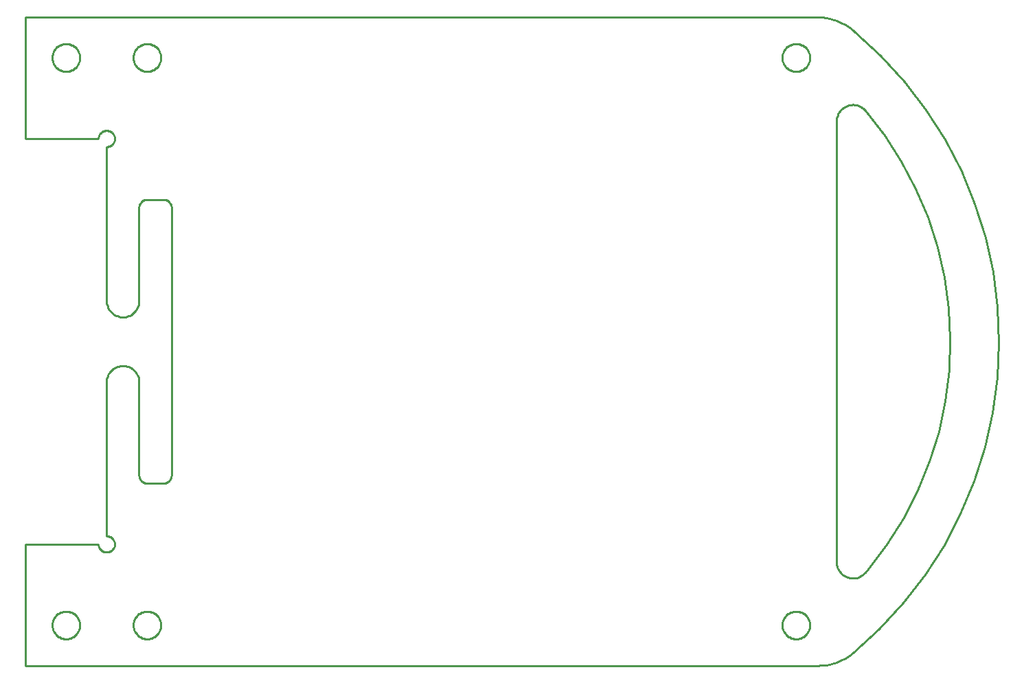
<source format=gbr>
G04 EAGLE Gerber RS-274X export*
G75*
%MOMM*%
%FSLAX34Y34*%
%LPD*%
%IN*%
%IPPOS*%
%AMOC8*
5,1,8,0,0,1.08239X$1,22.5*%
G01*
%ADD10C,0.254000*%


D10*
X172160Y181660D02*
X1147841Y181660D01*
X1153941Y181926D01*
X1159995Y182723D01*
X1165956Y184044D01*
X1171780Y185880D01*
X1177421Y188217D01*
X1182837Y191036D01*
X1187987Y194316D01*
X1192719Y197939D01*
X1224943Y227338D01*
X1254482Y259433D01*
X1281111Y293980D01*
X1304628Y330717D01*
X1324853Y369364D01*
X1341633Y409626D01*
X1354841Y451198D01*
X1364374Y493762D01*
X1370162Y536996D01*
X1372160Y580569D01*
X1370352Y624151D01*
X1364753Y667409D01*
X1355405Y710015D01*
X1342380Y751644D01*
X1325775Y791979D01*
X1305719Y830714D01*
X1282362Y867553D01*
X1255884Y902216D01*
X1226486Y934440D01*
X1194391Y963979D01*
X1192719Y965381D01*
X1187867Y969088D01*
X1182710Y972357D01*
X1177288Y975165D01*
X1171642Y977490D01*
X1165815Y979314D01*
X1159851Y980622D01*
X1153795Y981407D01*
X1147841Y981660D01*
X172160Y981660D01*
X172160Y831660D01*
X262160Y831660D01*
X262198Y832532D01*
X262312Y833396D01*
X262501Y834248D01*
X262763Y835080D01*
X263097Y835886D01*
X263500Y836660D01*
X263968Y837396D01*
X264500Y838088D01*
X265089Y838731D01*
X265732Y839320D01*
X266424Y839852D01*
X267160Y840320D01*
X267934Y840723D01*
X268740Y841057D01*
X269572Y841319D01*
X270424Y841508D01*
X271288Y841622D01*
X272160Y841660D01*
X273032Y841622D01*
X273896Y841508D01*
X274748Y841319D01*
X275580Y841057D01*
X276386Y840723D01*
X277160Y840320D01*
X277896Y839852D01*
X278588Y839320D01*
X279231Y838731D01*
X279820Y838088D01*
X280352Y837396D01*
X280820Y836660D01*
X281223Y835886D01*
X281557Y835080D01*
X281819Y834248D01*
X282008Y833396D01*
X282122Y832532D01*
X282160Y831660D01*
X282122Y830788D01*
X282008Y829924D01*
X281819Y829072D01*
X281557Y828240D01*
X281223Y827434D01*
X280820Y826660D01*
X280352Y825924D01*
X279820Y825232D01*
X279231Y824589D01*
X278588Y824000D01*
X277896Y823468D01*
X277160Y823000D01*
X276386Y822597D01*
X275580Y822263D01*
X274748Y822001D01*
X273896Y821812D01*
X273032Y821698D01*
X272160Y821660D01*
X272160Y631660D01*
X272236Y629917D01*
X272464Y628187D01*
X272841Y626484D01*
X273366Y624820D01*
X274034Y623208D01*
X274840Y621660D01*
X275777Y620188D01*
X276839Y618804D01*
X278018Y617518D01*
X279304Y616339D01*
X280688Y615277D01*
X282160Y614340D01*
X283708Y613534D01*
X285320Y612866D01*
X286984Y612341D01*
X288687Y611964D01*
X290417Y611736D01*
X292160Y611660D01*
X293903Y611736D01*
X295633Y611964D01*
X297336Y612341D01*
X299000Y612866D01*
X300612Y613534D01*
X302160Y614340D01*
X303632Y615277D01*
X305016Y616339D01*
X306302Y617518D01*
X307481Y618804D01*
X308543Y620188D01*
X309481Y621660D01*
X310286Y623208D01*
X310954Y624820D01*
X311479Y626484D01*
X311856Y628187D01*
X312084Y629917D01*
X312160Y631660D01*
X312160Y746660D01*
X312198Y747532D01*
X312312Y748396D01*
X312501Y749248D01*
X312763Y750080D01*
X313097Y750886D01*
X313500Y751660D01*
X313968Y752396D01*
X314500Y753088D01*
X315089Y753731D01*
X315732Y754320D01*
X316424Y754852D01*
X317160Y755320D01*
X317934Y755723D01*
X318740Y756057D01*
X319572Y756319D01*
X320424Y756508D01*
X321288Y756622D01*
X322160Y756660D01*
X342160Y756660D01*
X343032Y756622D01*
X343896Y756508D01*
X344748Y756319D01*
X345580Y756057D01*
X346386Y755723D01*
X347160Y755320D01*
X347896Y754852D01*
X348588Y754320D01*
X349231Y753731D01*
X349820Y753088D01*
X350352Y752396D01*
X350820Y751660D01*
X351223Y750886D01*
X351557Y750080D01*
X351819Y749248D01*
X352008Y748396D01*
X352122Y747532D01*
X352160Y746660D01*
X352160Y416660D01*
X352122Y415788D01*
X352008Y414924D01*
X351819Y414072D01*
X351557Y413240D01*
X351223Y412434D01*
X350820Y411660D01*
X350352Y410924D01*
X349820Y410232D01*
X349231Y409589D01*
X348588Y409000D01*
X347896Y408468D01*
X347160Y408000D01*
X346386Y407597D01*
X345580Y407263D01*
X344748Y407001D01*
X343896Y406812D01*
X343032Y406698D01*
X342160Y406660D01*
X322160Y406660D01*
X321288Y406698D01*
X320424Y406812D01*
X319572Y407001D01*
X318740Y407263D01*
X317934Y407597D01*
X317160Y408000D01*
X316424Y408468D01*
X315732Y409000D01*
X315089Y409589D01*
X314500Y410232D01*
X313968Y410924D01*
X313500Y411660D01*
X313097Y412434D01*
X312763Y413240D01*
X312501Y414072D01*
X312312Y414924D01*
X312198Y415788D01*
X312160Y416660D01*
X312160Y531660D01*
X312084Y533403D01*
X311856Y535133D01*
X311479Y536836D01*
X310954Y538500D01*
X310286Y540112D01*
X309481Y541660D01*
X308543Y543132D01*
X307481Y544516D01*
X306302Y545802D01*
X305016Y546981D01*
X303632Y548043D01*
X302160Y548981D01*
X300612Y549786D01*
X299000Y550454D01*
X297336Y550979D01*
X295633Y551356D01*
X293903Y551584D01*
X292160Y551660D01*
X290417Y551584D01*
X288687Y551356D01*
X286984Y550979D01*
X285320Y550454D01*
X283708Y549786D01*
X282160Y548981D01*
X280688Y548043D01*
X279304Y546981D01*
X278018Y545802D01*
X276839Y544516D01*
X275777Y543132D01*
X274840Y541660D01*
X274034Y540112D01*
X273366Y538500D01*
X272841Y536836D01*
X272464Y535133D01*
X272236Y533403D01*
X272160Y531660D01*
X272160Y341660D01*
X273032Y341622D01*
X273896Y341508D01*
X274748Y341319D01*
X275580Y341057D01*
X276386Y340723D01*
X277160Y340320D01*
X277896Y339852D01*
X278588Y339320D01*
X279231Y338731D01*
X279820Y338088D01*
X280352Y337396D01*
X280820Y336660D01*
X281223Y335886D01*
X281557Y335080D01*
X281819Y334248D01*
X282008Y333396D01*
X282122Y332532D01*
X282160Y331660D01*
X282122Y330788D01*
X282008Y329924D01*
X281819Y329072D01*
X281557Y328240D01*
X281223Y327434D01*
X280820Y326660D01*
X280352Y325924D01*
X279820Y325232D01*
X279231Y324589D01*
X278588Y324000D01*
X277896Y323468D01*
X277160Y323000D01*
X276386Y322597D01*
X275580Y322263D01*
X274748Y322001D01*
X273896Y321812D01*
X273032Y321698D01*
X272160Y321660D01*
X271288Y321698D01*
X270424Y321812D01*
X269572Y322001D01*
X268740Y322263D01*
X267934Y322597D01*
X267160Y323000D01*
X266424Y323468D01*
X265732Y324000D01*
X265089Y324589D01*
X264500Y325232D01*
X263968Y325924D01*
X263500Y326660D01*
X263097Y327434D01*
X262763Y328240D01*
X262501Y329072D01*
X262312Y329924D01*
X262198Y330788D01*
X262160Y331660D01*
X172160Y331660D01*
X172160Y181660D01*
X1172160Y309631D02*
X1172225Y308016D01*
X1172442Y306285D01*
X1172809Y304579D01*
X1173323Y302912D01*
X1173980Y301295D01*
X1174775Y299743D01*
X1175703Y298265D01*
X1176757Y296874D01*
X1177927Y295580D01*
X1179206Y294393D01*
X1180583Y293322D01*
X1182049Y292375D01*
X1183591Y291559D01*
X1185199Y290881D01*
X1186860Y290346D01*
X1188560Y289957D01*
X1190289Y289719D01*
X1192031Y289631D01*
X1193775Y289696D01*
X1195506Y289913D01*
X1197212Y290279D01*
X1198880Y290793D01*
X1200496Y291451D01*
X1202049Y292246D01*
X1203526Y293174D01*
X1204917Y294228D01*
X1206211Y295398D01*
X1207398Y296677D01*
X1211051Y301030D01*
X1234220Y331632D01*
X1254634Y364136D01*
X1272137Y398296D01*
X1286596Y433852D01*
X1297901Y470532D01*
X1305967Y508058D01*
X1310731Y546145D01*
X1312158Y584501D01*
X1310236Y622836D01*
X1304980Y660858D01*
X1296431Y698277D01*
X1284652Y734808D01*
X1269735Y770174D01*
X1251792Y804105D01*
X1230960Y836343D01*
X1207398Y866643D01*
X1206303Y867831D01*
X1205016Y869010D01*
X1203632Y870072D01*
X1202161Y871009D01*
X1200613Y871815D01*
X1199001Y872483D01*
X1197337Y873008D01*
X1195634Y873385D01*
X1193904Y873613D01*
X1192161Y873689D01*
X1190417Y873613D01*
X1188688Y873385D01*
X1186984Y873008D01*
X1185320Y872483D01*
X1183708Y871815D01*
X1182160Y871010D01*
X1180689Y870072D01*
X1179305Y869010D01*
X1178018Y867832D01*
X1176839Y866545D01*
X1175777Y865161D01*
X1174840Y863689D01*
X1174034Y862142D01*
X1173366Y860530D01*
X1172842Y858866D01*
X1172464Y857162D01*
X1172236Y855433D01*
X1172160Y853689D01*
X1172160Y309631D01*
X339160Y231103D02*
X339160Y232217D01*
X339087Y233327D01*
X338942Y234431D01*
X338725Y235522D01*
X338437Y236597D01*
X338079Y237651D01*
X337653Y238680D01*
X337161Y239678D01*
X336604Y240642D01*
X335986Y241567D01*
X335308Y242450D01*
X334574Y243287D01*
X333787Y244074D01*
X332950Y244808D01*
X332067Y245486D01*
X331142Y246104D01*
X330178Y246661D01*
X329180Y247153D01*
X328151Y247579D01*
X327097Y247937D01*
X326022Y248225D01*
X324931Y248442D01*
X323827Y248587D01*
X322717Y248660D01*
X321603Y248660D01*
X320493Y248587D01*
X319389Y248442D01*
X318298Y248225D01*
X317223Y247937D01*
X316169Y247579D01*
X315140Y247153D01*
X314142Y246661D01*
X313178Y246104D01*
X312253Y245486D01*
X311370Y244808D01*
X310533Y244074D01*
X309746Y243287D01*
X309012Y242450D01*
X308334Y241567D01*
X307716Y240642D01*
X307159Y239678D01*
X306667Y238680D01*
X306241Y237651D01*
X305883Y236597D01*
X305595Y235522D01*
X305378Y234431D01*
X305233Y233327D01*
X305160Y232217D01*
X305160Y231103D01*
X305233Y229993D01*
X305378Y228889D01*
X305595Y227798D01*
X305883Y226723D01*
X306241Y225669D01*
X306667Y224640D01*
X307159Y223642D01*
X307716Y222678D01*
X308334Y221753D01*
X309012Y220870D01*
X309746Y220033D01*
X310533Y219246D01*
X311370Y218512D01*
X312253Y217834D01*
X313178Y217216D01*
X314142Y216659D01*
X315140Y216167D01*
X316169Y215741D01*
X317223Y215383D01*
X318298Y215095D01*
X319389Y214878D01*
X320493Y214733D01*
X321603Y214660D01*
X322717Y214660D01*
X323827Y214733D01*
X324931Y214878D01*
X326022Y215095D01*
X327097Y215383D01*
X328151Y215741D01*
X329180Y216167D01*
X330178Y216659D01*
X331142Y217216D01*
X332067Y217834D01*
X332950Y218512D01*
X333787Y219246D01*
X334574Y220033D01*
X335308Y220870D01*
X335986Y221753D01*
X336604Y222678D01*
X337161Y223642D01*
X337653Y224640D01*
X338079Y225669D01*
X338437Y226723D01*
X338725Y227798D01*
X338942Y228889D01*
X339087Y229993D01*
X339160Y231103D01*
X339160Y931103D02*
X339160Y932217D01*
X339087Y933327D01*
X338942Y934431D01*
X338725Y935522D01*
X338437Y936597D01*
X338079Y937651D01*
X337653Y938680D01*
X337161Y939678D01*
X336604Y940642D01*
X335986Y941567D01*
X335308Y942450D01*
X334574Y943287D01*
X333787Y944074D01*
X332950Y944808D01*
X332067Y945486D01*
X331142Y946104D01*
X330178Y946661D01*
X329180Y947153D01*
X328151Y947579D01*
X327097Y947937D01*
X326022Y948225D01*
X324931Y948442D01*
X323827Y948587D01*
X322717Y948660D01*
X321603Y948660D01*
X320493Y948587D01*
X319389Y948442D01*
X318298Y948225D01*
X317223Y947937D01*
X316169Y947579D01*
X315140Y947153D01*
X314142Y946661D01*
X313178Y946104D01*
X312253Y945486D01*
X311370Y944808D01*
X310533Y944074D01*
X309746Y943287D01*
X309012Y942450D01*
X308334Y941567D01*
X307716Y940642D01*
X307159Y939678D01*
X306667Y938680D01*
X306241Y937651D01*
X305883Y936597D01*
X305595Y935522D01*
X305378Y934431D01*
X305233Y933327D01*
X305160Y932217D01*
X305160Y931103D01*
X305233Y929993D01*
X305378Y928889D01*
X305595Y927798D01*
X305883Y926723D01*
X306241Y925669D01*
X306667Y924640D01*
X307159Y923642D01*
X307716Y922678D01*
X308334Y921753D01*
X309012Y920870D01*
X309746Y920033D01*
X310533Y919246D01*
X311370Y918512D01*
X312253Y917834D01*
X313178Y917216D01*
X314142Y916659D01*
X315140Y916167D01*
X316169Y915741D01*
X317223Y915383D01*
X318298Y915095D01*
X319389Y914878D01*
X320493Y914733D01*
X321603Y914660D01*
X322717Y914660D01*
X323827Y914733D01*
X324931Y914878D01*
X326022Y915095D01*
X327097Y915383D01*
X328151Y915741D01*
X329180Y916167D01*
X330178Y916659D01*
X331142Y917216D01*
X332067Y917834D01*
X332950Y918512D01*
X333787Y919246D01*
X334574Y920033D01*
X335308Y920870D01*
X335986Y921753D01*
X336604Y922678D01*
X337161Y923642D01*
X337653Y924640D01*
X338079Y925669D01*
X338437Y926723D01*
X338725Y927798D01*
X338942Y928889D01*
X339087Y929993D01*
X339160Y931103D01*
X239160Y231103D02*
X239160Y232217D01*
X239087Y233327D01*
X238942Y234431D01*
X238725Y235522D01*
X238437Y236597D01*
X238079Y237651D01*
X237653Y238680D01*
X237161Y239678D01*
X236604Y240642D01*
X235986Y241567D01*
X235308Y242450D01*
X234574Y243287D01*
X233787Y244074D01*
X232950Y244808D01*
X232067Y245486D01*
X231142Y246104D01*
X230178Y246661D01*
X229180Y247153D01*
X228151Y247579D01*
X227097Y247937D01*
X226022Y248225D01*
X224931Y248442D01*
X223827Y248587D01*
X222717Y248660D01*
X221603Y248660D01*
X220493Y248587D01*
X219389Y248442D01*
X218298Y248225D01*
X217223Y247937D01*
X216169Y247579D01*
X215140Y247153D01*
X214142Y246661D01*
X213178Y246104D01*
X212253Y245486D01*
X211370Y244808D01*
X210533Y244074D01*
X209746Y243287D01*
X209012Y242450D01*
X208334Y241567D01*
X207716Y240642D01*
X207159Y239678D01*
X206667Y238680D01*
X206241Y237651D01*
X205883Y236597D01*
X205595Y235522D01*
X205378Y234431D01*
X205233Y233327D01*
X205160Y232217D01*
X205160Y231103D01*
X205233Y229993D01*
X205378Y228889D01*
X205595Y227798D01*
X205883Y226723D01*
X206241Y225669D01*
X206667Y224640D01*
X207159Y223642D01*
X207716Y222678D01*
X208334Y221753D01*
X209012Y220870D01*
X209746Y220033D01*
X210533Y219246D01*
X211370Y218512D01*
X212253Y217834D01*
X213178Y217216D01*
X214142Y216659D01*
X215140Y216167D01*
X216169Y215741D01*
X217223Y215383D01*
X218298Y215095D01*
X219389Y214878D01*
X220493Y214733D01*
X221603Y214660D01*
X222717Y214660D01*
X223827Y214733D01*
X224931Y214878D01*
X226022Y215095D01*
X227097Y215383D01*
X228151Y215741D01*
X229180Y216167D01*
X230178Y216659D01*
X231142Y217216D01*
X232067Y217834D01*
X232950Y218512D01*
X233787Y219246D01*
X234574Y220033D01*
X235308Y220870D01*
X235986Y221753D01*
X236604Y222678D01*
X237161Y223642D01*
X237653Y224640D01*
X238079Y225669D01*
X238437Y226723D01*
X238725Y227798D01*
X238942Y228889D01*
X239087Y229993D01*
X239160Y231103D01*
X239160Y931103D02*
X239160Y932217D01*
X239087Y933327D01*
X238942Y934431D01*
X238725Y935522D01*
X238437Y936597D01*
X238079Y937651D01*
X237653Y938680D01*
X237161Y939678D01*
X236604Y940642D01*
X235986Y941567D01*
X235308Y942450D01*
X234574Y943287D01*
X233787Y944074D01*
X232950Y944808D01*
X232067Y945486D01*
X231142Y946104D01*
X230178Y946661D01*
X229180Y947153D01*
X228151Y947579D01*
X227097Y947937D01*
X226022Y948225D01*
X224931Y948442D01*
X223827Y948587D01*
X222717Y948660D01*
X221603Y948660D01*
X220493Y948587D01*
X219389Y948442D01*
X218298Y948225D01*
X217223Y947937D01*
X216169Y947579D01*
X215140Y947153D01*
X214142Y946661D01*
X213178Y946104D01*
X212253Y945486D01*
X211370Y944808D01*
X210533Y944074D01*
X209746Y943287D01*
X209012Y942450D01*
X208334Y941567D01*
X207716Y940642D01*
X207159Y939678D01*
X206667Y938680D01*
X206241Y937651D01*
X205883Y936597D01*
X205595Y935522D01*
X205378Y934431D01*
X205233Y933327D01*
X205160Y932217D01*
X205160Y931103D01*
X205233Y929993D01*
X205378Y928889D01*
X205595Y927798D01*
X205883Y926723D01*
X206241Y925669D01*
X206667Y924640D01*
X207159Y923642D01*
X207716Y922678D01*
X208334Y921753D01*
X209012Y920870D01*
X209746Y920033D01*
X210533Y919246D01*
X211370Y918512D01*
X212253Y917834D01*
X213178Y917216D01*
X214142Y916659D01*
X215140Y916167D01*
X216169Y915741D01*
X217223Y915383D01*
X218298Y915095D01*
X219389Y914878D01*
X220493Y914733D01*
X221603Y914660D01*
X222717Y914660D01*
X223827Y914733D01*
X224931Y914878D01*
X226022Y915095D01*
X227097Y915383D01*
X228151Y915741D01*
X229180Y916167D01*
X230178Y916659D01*
X231142Y917216D01*
X232067Y917834D01*
X232950Y918512D01*
X233787Y919246D01*
X234574Y920033D01*
X235308Y920870D01*
X235986Y921753D01*
X236604Y922678D01*
X237161Y923642D01*
X237653Y924640D01*
X238079Y925669D01*
X238437Y926723D01*
X238725Y927798D01*
X238942Y928889D01*
X239087Y929993D01*
X239160Y931103D01*
X1139160Y931103D02*
X1139160Y932217D01*
X1139087Y933327D01*
X1138942Y934431D01*
X1138725Y935522D01*
X1138437Y936597D01*
X1138079Y937651D01*
X1137653Y938680D01*
X1137161Y939678D01*
X1136604Y940642D01*
X1135986Y941567D01*
X1135308Y942450D01*
X1134574Y943287D01*
X1133787Y944074D01*
X1132950Y944808D01*
X1132067Y945486D01*
X1131142Y946104D01*
X1130178Y946661D01*
X1129180Y947153D01*
X1128151Y947579D01*
X1127097Y947937D01*
X1126022Y948225D01*
X1124931Y948442D01*
X1123827Y948587D01*
X1122717Y948660D01*
X1121603Y948660D01*
X1120493Y948587D01*
X1119389Y948442D01*
X1118298Y948225D01*
X1117223Y947937D01*
X1116169Y947579D01*
X1115140Y947153D01*
X1114142Y946661D01*
X1113178Y946104D01*
X1112253Y945486D01*
X1111370Y944808D01*
X1110533Y944074D01*
X1109746Y943287D01*
X1109012Y942450D01*
X1108334Y941567D01*
X1107716Y940642D01*
X1107159Y939678D01*
X1106667Y938680D01*
X1106241Y937651D01*
X1105883Y936597D01*
X1105595Y935522D01*
X1105378Y934431D01*
X1105233Y933327D01*
X1105160Y932217D01*
X1105160Y931103D01*
X1105233Y929993D01*
X1105378Y928889D01*
X1105595Y927798D01*
X1105883Y926723D01*
X1106241Y925669D01*
X1106667Y924640D01*
X1107159Y923642D01*
X1107716Y922678D01*
X1108334Y921753D01*
X1109012Y920870D01*
X1109746Y920033D01*
X1110533Y919246D01*
X1111370Y918512D01*
X1112253Y917834D01*
X1113178Y917216D01*
X1114142Y916659D01*
X1115140Y916167D01*
X1116169Y915741D01*
X1117223Y915383D01*
X1118298Y915095D01*
X1119389Y914878D01*
X1120493Y914733D01*
X1121603Y914660D01*
X1122717Y914660D01*
X1123827Y914733D01*
X1124931Y914878D01*
X1126022Y915095D01*
X1127097Y915383D01*
X1128151Y915741D01*
X1129180Y916167D01*
X1130178Y916659D01*
X1131142Y917216D01*
X1132067Y917834D01*
X1132950Y918512D01*
X1133787Y919246D01*
X1134574Y920033D01*
X1135308Y920870D01*
X1135986Y921753D01*
X1136604Y922678D01*
X1137161Y923642D01*
X1137653Y924640D01*
X1138079Y925669D01*
X1138437Y926723D01*
X1138725Y927798D01*
X1138942Y928889D01*
X1139087Y929993D01*
X1139160Y931103D01*
X1139160Y231103D02*
X1139160Y232217D01*
X1139087Y233327D01*
X1138942Y234431D01*
X1138725Y235522D01*
X1138437Y236597D01*
X1138079Y237651D01*
X1137653Y238680D01*
X1137161Y239678D01*
X1136604Y240642D01*
X1135986Y241567D01*
X1135308Y242450D01*
X1134574Y243287D01*
X1133787Y244074D01*
X1132950Y244808D01*
X1132067Y245486D01*
X1131142Y246104D01*
X1130178Y246661D01*
X1129180Y247153D01*
X1128151Y247579D01*
X1127097Y247937D01*
X1126022Y248225D01*
X1124931Y248442D01*
X1123827Y248587D01*
X1122717Y248660D01*
X1121603Y248660D01*
X1120493Y248587D01*
X1119389Y248442D01*
X1118298Y248225D01*
X1117223Y247937D01*
X1116169Y247579D01*
X1115140Y247153D01*
X1114142Y246661D01*
X1113178Y246104D01*
X1112253Y245486D01*
X1111370Y244808D01*
X1110533Y244074D01*
X1109746Y243287D01*
X1109012Y242450D01*
X1108334Y241567D01*
X1107716Y240642D01*
X1107159Y239678D01*
X1106667Y238680D01*
X1106241Y237651D01*
X1105883Y236597D01*
X1105595Y235522D01*
X1105378Y234431D01*
X1105233Y233327D01*
X1105160Y232217D01*
X1105160Y231103D01*
X1105233Y229993D01*
X1105378Y228889D01*
X1105595Y227798D01*
X1105883Y226723D01*
X1106241Y225669D01*
X1106667Y224640D01*
X1107159Y223642D01*
X1107716Y222678D01*
X1108334Y221753D01*
X1109012Y220870D01*
X1109746Y220033D01*
X1110533Y219246D01*
X1111370Y218512D01*
X1112253Y217834D01*
X1113178Y217216D01*
X1114142Y216659D01*
X1115140Y216167D01*
X1116169Y215741D01*
X1117223Y215383D01*
X1118298Y215095D01*
X1119389Y214878D01*
X1120493Y214733D01*
X1121603Y214660D01*
X1122717Y214660D01*
X1123827Y214733D01*
X1124931Y214878D01*
X1126022Y215095D01*
X1127097Y215383D01*
X1128151Y215741D01*
X1129180Y216167D01*
X1130178Y216659D01*
X1131142Y217216D01*
X1132067Y217834D01*
X1132950Y218512D01*
X1133787Y219246D01*
X1134574Y220033D01*
X1135308Y220870D01*
X1135986Y221753D01*
X1136604Y222678D01*
X1137161Y223642D01*
X1137653Y224640D01*
X1138079Y225669D01*
X1138437Y226723D01*
X1138725Y227798D01*
X1138942Y228889D01*
X1139087Y229993D01*
X1139160Y231103D01*
M02*

</source>
